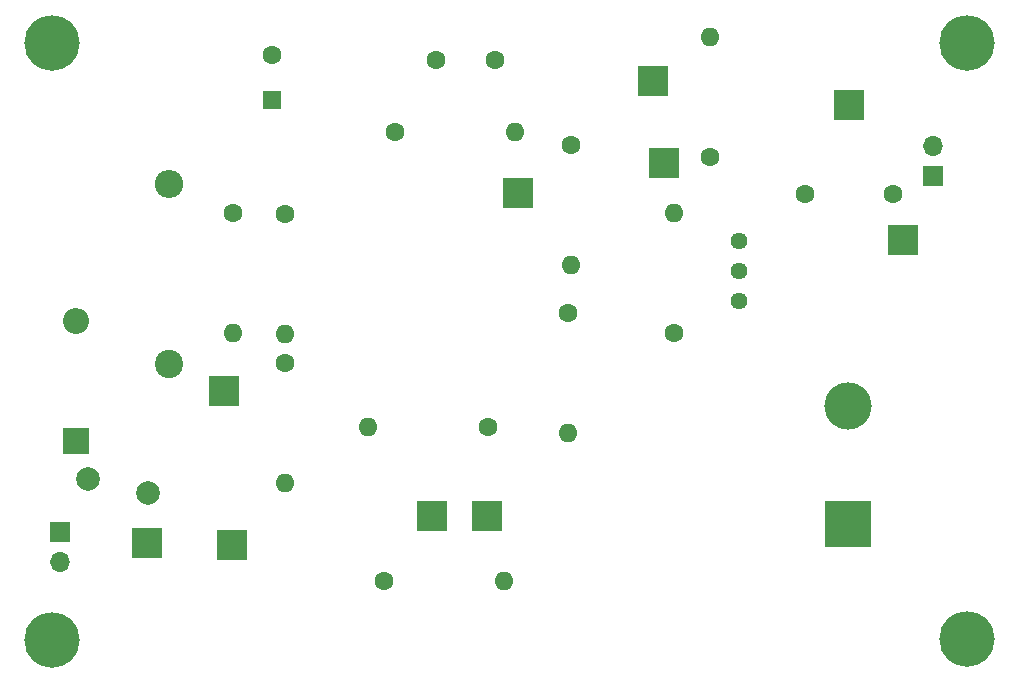
<source format=gbr>
%TF.GenerationSoftware,KiCad,Pcbnew,7.0.7*%
%TF.CreationDate,2024-03-07T15:54:46+13:00*%
%TF.ProjectId,high_v_converter,68696768-5f76-45f6-936f-6e7665727465,rev?*%
%TF.SameCoordinates,Original*%
%TF.FileFunction,Soldermask,Bot*%
%TF.FilePolarity,Negative*%
%FSLAX46Y46*%
G04 Gerber Fmt 4.6, Leading zero omitted, Abs format (unit mm)*
G04 Created by KiCad (PCBNEW 7.0.7) date 2024-03-07 15:54:46*
%MOMM*%
%LPD*%
G01*
G04 APERTURE LIST*
%ADD10R,2.200000X2.200000*%
%ADD11O,2.200000X2.200000*%
%ADD12C,1.600000*%
%ADD13O,1.600000X1.600000*%
%ADD14R,1.700000X1.700000*%
%ADD15O,1.700000X1.700000*%
%ADD16R,2.500000X2.500000*%
%ADD17C,2.010000*%
%ADD18R,4.000000X4.000000*%
%ADD19C,4.000000*%
%ADD20C,2.400000*%
%ADD21O,2.400000X2.400000*%
%ADD22R,1.600000X1.600000*%
%ADD23C,4.700000*%
%ADD24C,1.440000*%
G04 APERTURE END LIST*
D10*
%TO.C,D2*%
X110200000Y-118260000D03*
D11*
X110200000Y-108100000D03*
%TD*%
D12*
%TO.C,R12*%
X123500000Y-98920000D03*
D13*
X123500000Y-109080000D03*
%TD*%
D14*
%TO.C,J1*%
X108850000Y-126000000D03*
D15*
X108850000Y-128540000D03*
%TD*%
D12*
%TO.C,C9*%
X179440000Y-97360000D03*
X171940000Y-97360000D03*
%TD*%
%TO.C,C6*%
X140700000Y-86000000D03*
X145700000Y-86000000D03*
%TD*%
%TO.C,R15*%
X145110000Y-117100000D03*
D13*
X134950000Y-117100000D03*
%TD*%
D12*
%TO.C,R13*%
X127950000Y-99040000D03*
D13*
X127950000Y-109200000D03*
%TD*%
D16*
%TO.C,TP4*%
X147650000Y-97300000D03*
%TD*%
D17*
%TO.C,F1*%
X116350000Y-122700000D03*
X111250000Y-121500000D03*
%TD*%
D12*
%TO.C,R5*%
X163900000Y-94180000D03*
D13*
X163900000Y-84020000D03*
%TD*%
D12*
%TO.C,R14*%
X127950000Y-111640000D03*
D13*
X127950000Y-121800000D03*
%TD*%
D14*
%TO.C,J2*%
X182800000Y-95800000D03*
D15*
X182800000Y-93260000D03*
%TD*%
D12*
%TO.C,R1*%
X151850000Y-107400000D03*
D13*
X151850000Y-117560000D03*
%TD*%
D16*
%TO.C,TP10*%
X175700000Y-89800000D03*
%TD*%
D18*
%TO.C,C5*%
X175600000Y-125300000D03*
D19*
X175600000Y-115300000D03*
%TD*%
D16*
%TO.C,TP1*%
X145050000Y-124600000D03*
%TD*%
D20*
%TO.C,R7*%
X118100000Y-111720000D03*
D21*
X118100000Y-96480000D03*
%TD*%
D22*
%TO.C,C7*%
X126800000Y-89402651D03*
D12*
X126800000Y-85602651D03*
%TD*%
%TO.C,R4*%
X160900000Y-109080000D03*
D13*
X160900000Y-98920000D03*
%TD*%
D16*
%TO.C,TP2*%
X140350000Y-124600000D03*
%TD*%
D23*
%TO.C,H4*%
X108200000Y-135100000D03*
%TD*%
D24*
%TO.C,RV1*%
X166400000Y-101320000D03*
X166400000Y-103860000D03*
X166400000Y-106400000D03*
%TD*%
D16*
%TO.C,TP8*%
X116250000Y-126900000D03*
%TD*%
%TO.C,TP5*%
X160050000Y-94720000D03*
%TD*%
%TO.C,TP6*%
X122800000Y-114000000D03*
%TD*%
D12*
%TO.C,R3*%
X152150000Y-93200000D03*
D13*
X152150000Y-103360000D03*
%TD*%
D16*
%TO.C,TP7*%
X123450000Y-127100000D03*
%TD*%
D23*
%TO.C,H1*%
X185700000Y-84600000D03*
%TD*%
%TO.C,H2*%
X185700000Y-135000000D03*
%TD*%
D16*
%TO.C,TP3*%
X159050000Y-87800000D03*
%TD*%
%TO.C,TP9*%
X180290000Y-101260000D03*
%TD*%
D12*
%TO.C,R6*%
X136300000Y-130100000D03*
D13*
X146460000Y-130100000D03*
%TD*%
D23*
%TO.C,H3*%
X108200000Y-84600000D03*
%TD*%
D12*
%TO.C,R2*%
X137250000Y-92100000D03*
D13*
X147410000Y-92100000D03*
%TD*%
M02*

</source>
